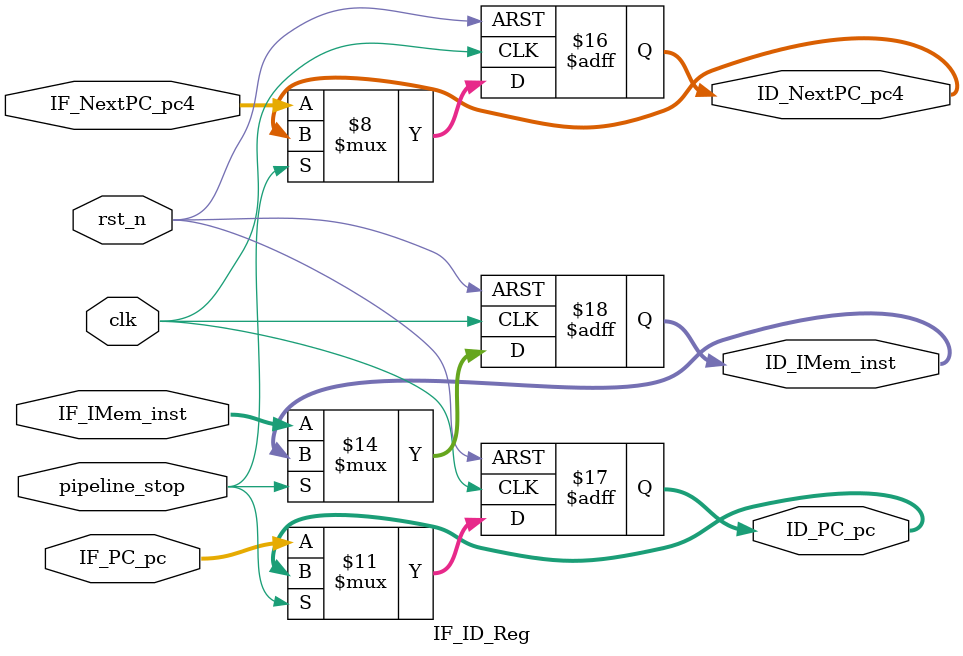
<source format=v>


module IF_ID_Reg(  
    input clk,
    input rst_n, 
    input pipeline_stop,
    
    input [31:0] IF_IMem_inst,
    input [31:0] IF_PC_pc,
    input [31:0] IF_NextPC_pc4,
    
    output reg [31:0] ID_IMem_inst,
    output reg [31:0] ID_PC_pc,
    output reg [31:0] ID_NextPC_pc4
    
    );
always @(posedge clk or negedge rst_n) begin
    if(!rst_n)
        ID_IMem_inst<=32'b0;
    else if(pipeline_stop)
        ID_IMem_inst<=ID_IMem_inst;
    else
        ID_IMem_inst<=IF_IMem_inst;
end

always @(posedge clk or negedge rst_n) begin
    if(!rst_n)
        ID_PC_pc<=32'b0;
    else if(pipeline_stop)
        ID_PC_pc<=ID_PC_pc;
    else
        ID_PC_pc<=IF_PC_pc;
end

always @(posedge clk or negedge rst_n) begin
    if(!rst_n)
        ID_NextPC_pc4<=32'b0;
    else if(pipeline_stop)
        ID_NextPC_pc4<=ID_NextPC_pc4;
    else
        ID_NextPC_pc4<=IF_NextPC_pc4;
end

endmodule

</source>
